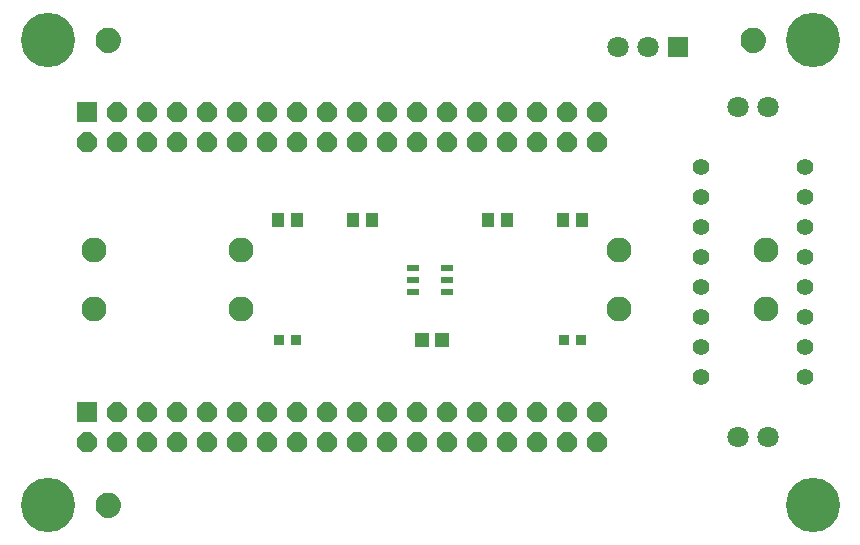
<source format=gbr>
G04 EAGLE Gerber RS-274X export*
G75*
%MOMM*%
%FSLAX34Y34*%
%LPD*%
%INSoldermask Top*%
%IPPOS*%
%AMOC8*
5,1,8,0,0,1.08239X$1,22.5*%
G01*
%ADD10R,1.803400X1.803400*%
%ADD11C,1.803400*%
%ADD12C,2.112400*%
%ADD13R,0.952400X0.952400*%
%ADD14R,1.102359X1.183641*%
%ADD15R,1.252400X1.152400*%
%ADD16C,4.597400*%
%ADD17C,0.609600*%
%ADD18C,1.168400*%
%ADD19R,1.676400X1.676400*%
%ADD20P,1.814519X8X22.500000*%
%ADD21C,1.412400*%
%ADD22R,1.002400X0.602400*%


D10*
X571500Y425450D03*
D11*
X546100Y425450D03*
X520700Y425450D03*
X622300Y95250D03*
X647700Y95250D03*
X622300Y374650D03*
X647700Y374650D03*
D12*
X202200Y253600D03*
X202200Y203600D03*
X77200Y203600D03*
X77200Y253600D03*
X646700Y253600D03*
X646700Y203600D03*
X521700Y203600D03*
X521700Y253600D03*
D13*
X233800Y177800D03*
X248800Y177800D03*
X475100Y177800D03*
X490100Y177800D03*
D14*
X411099Y279400D03*
X427101Y279400D03*
X296799Y279400D03*
X312801Y279400D03*
D15*
X354720Y177800D03*
X371720Y177800D03*
D14*
X474599Y279400D03*
X490601Y279400D03*
X233299Y279400D03*
X249301Y279400D03*
D16*
X685800Y431800D03*
X38100Y431800D03*
X38100Y38100D03*
X685800Y38100D03*
D17*
X81280Y431800D02*
X81282Y431987D01*
X81289Y432174D01*
X81301Y432361D01*
X81317Y432547D01*
X81337Y432733D01*
X81362Y432918D01*
X81392Y433103D01*
X81426Y433287D01*
X81465Y433470D01*
X81508Y433652D01*
X81556Y433832D01*
X81608Y434012D01*
X81665Y434190D01*
X81725Y434367D01*
X81791Y434542D01*
X81860Y434716D01*
X81934Y434888D01*
X82012Y435058D01*
X82094Y435226D01*
X82180Y435392D01*
X82270Y435556D01*
X82364Y435717D01*
X82462Y435877D01*
X82564Y436033D01*
X82670Y436188D01*
X82780Y436339D01*
X82893Y436488D01*
X83010Y436634D01*
X83130Y436777D01*
X83254Y436917D01*
X83381Y437054D01*
X83512Y437188D01*
X83646Y437319D01*
X83783Y437446D01*
X83923Y437570D01*
X84066Y437690D01*
X84212Y437807D01*
X84361Y437920D01*
X84512Y438030D01*
X84667Y438136D01*
X84823Y438238D01*
X84983Y438336D01*
X85144Y438430D01*
X85308Y438520D01*
X85474Y438606D01*
X85642Y438688D01*
X85812Y438766D01*
X85984Y438840D01*
X86158Y438909D01*
X86333Y438975D01*
X86510Y439035D01*
X86688Y439092D01*
X86868Y439144D01*
X87048Y439192D01*
X87230Y439235D01*
X87413Y439274D01*
X87597Y439308D01*
X87782Y439338D01*
X87967Y439363D01*
X88153Y439383D01*
X88339Y439399D01*
X88526Y439411D01*
X88713Y439418D01*
X88900Y439420D01*
X89087Y439418D01*
X89274Y439411D01*
X89461Y439399D01*
X89647Y439383D01*
X89833Y439363D01*
X90018Y439338D01*
X90203Y439308D01*
X90387Y439274D01*
X90570Y439235D01*
X90752Y439192D01*
X90932Y439144D01*
X91112Y439092D01*
X91290Y439035D01*
X91467Y438975D01*
X91642Y438909D01*
X91816Y438840D01*
X91988Y438766D01*
X92158Y438688D01*
X92326Y438606D01*
X92492Y438520D01*
X92656Y438430D01*
X92817Y438336D01*
X92977Y438238D01*
X93133Y438136D01*
X93288Y438030D01*
X93439Y437920D01*
X93588Y437807D01*
X93734Y437690D01*
X93877Y437570D01*
X94017Y437446D01*
X94154Y437319D01*
X94288Y437188D01*
X94419Y437054D01*
X94546Y436917D01*
X94670Y436777D01*
X94790Y436634D01*
X94907Y436488D01*
X95020Y436339D01*
X95130Y436188D01*
X95236Y436033D01*
X95338Y435877D01*
X95436Y435717D01*
X95530Y435556D01*
X95620Y435392D01*
X95706Y435226D01*
X95788Y435058D01*
X95866Y434888D01*
X95940Y434716D01*
X96009Y434542D01*
X96075Y434367D01*
X96135Y434190D01*
X96192Y434012D01*
X96244Y433832D01*
X96292Y433652D01*
X96335Y433470D01*
X96374Y433287D01*
X96408Y433103D01*
X96438Y432918D01*
X96463Y432733D01*
X96483Y432547D01*
X96499Y432361D01*
X96511Y432174D01*
X96518Y431987D01*
X96520Y431800D01*
X96518Y431613D01*
X96511Y431426D01*
X96499Y431239D01*
X96483Y431053D01*
X96463Y430867D01*
X96438Y430682D01*
X96408Y430497D01*
X96374Y430313D01*
X96335Y430130D01*
X96292Y429948D01*
X96244Y429768D01*
X96192Y429588D01*
X96135Y429410D01*
X96075Y429233D01*
X96009Y429058D01*
X95940Y428884D01*
X95866Y428712D01*
X95788Y428542D01*
X95706Y428374D01*
X95620Y428208D01*
X95530Y428044D01*
X95436Y427883D01*
X95338Y427723D01*
X95236Y427567D01*
X95130Y427412D01*
X95020Y427261D01*
X94907Y427112D01*
X94790Y426966D01*
X94670Y426823D01*
X94546Y426683D01*
X94419Y426546D01*
X94288Y426412D01*
X94154Y426281D01*
X94017Y426154D01*
X93877Y426030D01*
X93734Y425910D01*
X93588Y425793D01*
X93439Y425680D01*
X93288Y425570D01*
X93133Y425464D01*
X92977Y425362D01*
X92817Y425264D01*
X92656Y425170D01*
X92492Y425080D01*
X92326Y424994D01*
X92158Y424912D01*
X91988Y424834D01*
X91816Y424760D01*
X91642Y424691D01*
X91467Y424625D01*
X91290Y424565D01*
X91112Y424508D01*
X90932Y424456D01*
X90752Y424408D01*
X90570Y424365D01*
X90387Y424326D01*
X90203Y424292D01*
X90018Y424262D01*
X89833Y424237D01*
X89647Y424217D01*
X89461Y424201D01*
X89274Y424189D01*
X89087Y424182D01*
X88900Y424180D01*
X88713Y424182D01*
X88526Y424189D01*
X88339Y424201D01*
X88153Y424217D01*
X87967Y424237D01*
X87782Y424262D01*
X87597Y424292D01*
X87413Y424326D01*
X87230Y424365D01*
X87048Y424408D01*
X86868Y424456D01*
X86688Y424508D01*
X86510Y424565D01*
X86333Y424625D01*
X86158Y424691D01*
X85984Y424760D01*
X85812Y424834D01*
X85642Y424912D01*
X85474Y424994D01*
X85308Y425080D01*
X85144Y425170D01*
X84983Y425264D01*
X84823Y425362D01*
X84667Y425464D01*
X84512Y425570D01*
X84361Y425680D01*
X84212Y425793D01*
X84066Y425910D01*
X83923Y426030D01*
X83783Y426154D01*
X83646Y426281D01*
X83512Y426412D01*
X83381Y426546D01*
X83254Y426683D01*
X83130Y426823D01*
X83010Y426966D01*
X82893Y427112D01*
X82780Y427261D01*
X82670Y427412D01*
X82564Y427567D01*
X82462Y427723D01*
X82364Y427883D01*
X82270Y428044D01*
X82180Y428208D01*
X82094Y428374D01*
X82012Y428542D01*
X81934Y428712D01*
X81860Y428884D01*
X81791Y429058D01*
X81725Y429233D01*
X81665Y429410D01*
X81608Y429588D01*
X81556Y429768D01*
X81508Y429948D01*
X81465Y430130D01*
X81426Y430313D01*
X81392Y430497D01*
X81362Y430682D01*
X81337Y430867D01*
X81317Y431053D01*
X81301Y431239D01*
X81289Y431426D01*
X81282Y431613D01*
X81280Y431800D01*
D18*
X88900Y431800D03*
D17*
X81280Y38100D02*
X81282Y38287D01*
X81289Y38474D01*
X81301Y38661D01*
X81317Y38847D01*
X81337Y39033D01*
X81362Y39218D01*
X81392Y39403D01*
X81426Y39587D01*
X81465Y39770D01*
X81508Y39952D01*
X81556Y40132D01*
X81608Y40312D01*
X81665Y40490D01*
X81725Y40667D01*
X81791Y40842D01*
X81860Y41016D01*
X81934Y41188D01*
X82012Y41358D01*
X82094Y41526D01*
X82180Y41692D01*
X82270Y41856D01*
X82364Y42017D01*
X82462Y42177D01*
X82564Y42333D01*
X82670Y42488D01*
X82780Y42639D01*
X82893Y42788D01*
X83010Y42934D01*
X83130Y43077D01*
X83254Y43217D01*
X83381Y43354D01*
X83512Y43488D01*
X83646Y43619D01*
X83783Y43746D01*
X83923Y43870D01*
X84066Y43990D01*
X84212Y44107D01*
X84361Y44220D01*
X84512Y44330D01*
X84667Y44436D01*
X84823Y44538D01*
X84983Y44636D01*
X85144Y44730D01*
X85308Y44820D01*
X85474Y44906D01*
X85642Y44988D01*
X85812Y45066D01*
X85984Y45140D01*
X86158Y45209D01*
X86333Y45275D01*
X86510Y45335D01*
X86688Y45392D01*
X86868Y45444D01*
X87048Y45492D01*
X87230Y45535D01*
X87413Y45574D01*
X87597Y45608D01*
X87782Y45638D01*
X87967Y45663D01*
X88153Y45683D01*
X88339Y45699D01*
X88526Y45711D01*
X88713Y45718D01*
X88900Y45720D01*
X89087Y45718D01*
X89274Y45711D01*
X89461Y45699D01*
X89647Y45683D01*
X89833Y45663D01*
X90018Y45638D01*
X90203Y45608D01*
X90387Y45574D01*
X90570Y45535D01*
X90752Y45492D01*
X90932Y45444D01*
X91112Y45392D01*
X91290Y45335D01*
X91467Y45275D01*
X91642Y45209D01*
X91816Y45140D01*
X91988Y45066D01*
X92158Y44988D01*
X92326Y44906D01*
X92492Y44820D01*
X92656Y44730D01*
X92817Y44636D01*
X92977Y44538D01*
X93133Y44436D01*
X93288Y44330D01*
X93439Y44220D01*
X93588Y44107D01*
X93734Y43990D01*
X93877Y43870D01*
X94017Y43746D01*
X94154Y43619D01*
X94288Y43488D01*
X94419Y43354D01*
X94546Y43217D01*
X94670Y43077D01*
X94790Y42934D01*
X94907Y42788D01*
X95020Y42639D01*
X95130Y42488D01*
X95236Y42333D01*
X95338Y42177D01*
X95436Y42017D01*
X95530Y41856D01*
X95620Y41692D01*
X95706Y41526D01*
X95788Y41358D01*
X95866Y41188D01*
X95940Y41016D01*
X96009Y40842D01*
X96075Y40667D01*
X96135Y40490D01*
X96192Y40312D01*
X96244Y40132D01*
X96292Y39952D01*
X96335Y39770D01*
X96374Y39587D01*
X96408Y39403D01*
X96438Y39218D01*
X96463Y39033D01*
X96483Y38847D01*
X96499Y38661D01*
X96511Y38474D01*
X96518Y38287D01*
X96520Y38100D01*
X96518Y37913D01*
X96511Y37726D01*
X96499Y37539D01*
X96483Y37353D01*
X96463Y37167D01*
X96438Y36982D01*
X96408Y36797D01*
X96374Y36613D01*
X96335Y36430D01*
X96292Y36248D01*
X96244Y36068D01*
X96192Y35888D01*
X96135Y35710D01*
X96075Y35533D01*
X96009Y35358D01*
X95940Y35184D01*
X95866Y35012D01*
X95788Y34842D01*
X95706Y34674D01*
X95620Y34508D01*
X95530Y34344D01*
X95436Y34183D01*
X95338Y34023D01*
X95236Y33867D01*
X95130Y33712D01*
X95020Y33561D01*
X94907Y33412D01*
X94790Y33266D01*
X94670Y33123D01*
X94546Y32983D01*
X94419Y32846D01*
X94288Y32712D01*
X94154Y32581D01*
X94017Y32454D01*
X93877Y32330D01*
X93734Y32210D01*
X93588Y32093D01*
X93439Y31980D01*
X93288Y31870D01*
X93133Y31764D01*
X92977Y31662D01*
X92817Y31564D01*
X92656Y31470D01*
X92492Y31380D01*
X92326Y31294D01*
X92158Y31212D01*
X91988Y31134D01*
X91816Y31060D01*
X91642Y30991D01*
X91467Y30925D01*
X91290Y30865D01*
X91112Y30808D01*
X90932Y30756D01*
X90752Y30708D01*
X90570Y30665D01*
X90387Y30626D01*
X90203Y30592D01*
X90018Y30562D01*
X89833Y30537D01*
X89647Y30517D01*
X89461Y30501D01*
X89274Y30489D01*
X89087Y30482D01*
X88900Y30480D01*
X88713Y30482D01*
X88526Y30489D01*
X88339Y30501D01*
X88153Y30517D01*
X87967Y30537D01*
X87782Y30562D01*
X87597Y30592D01*
X87413Y30626D01*
X87230Y30665D01*
X87048Y30708D01*
X86868Y30756D01*
X86688Y30808D01*
X86510Y30865D01*
X86333Y30925D01*
X86158Y30991D01*
X85984Y31060D01*
X85812Y31134D01*
X85642Y31212D01*
X85474Y31294D01*
X85308Y31380D01*
X85144Y31470D01*
X84983Y31564D01*
X84823Y31662D01*
X84667Y31764D01*
X84512Y31870D01*
X84361Y31980D01*
X84212Y32093D01*
X84066Y32210D01*
X83923Y32330D01*
X83783Y32454D01*
X83646Y32581D01*
X83512Y32712D01*
X83381Y32846D01*
X83254Y32983D01*
X83130Y33123D01*
X83010Y33266D01*
X82893Y33412D01*
X82780Y33561D01*
X82670Y33712D01*
X82564Y33867D01*
X82462Y34023D01*
X82364Y34183D01*
X82270Y34344D01*
X82180Y34508D01*
X82094Y34674D01*
X82012Y34842D01*
X81934Y35012D01*
X81860Y35184D01*
X81791Y35358D01*
X81725Y35533D01*
X81665Y35710D01*
X81608Y35888D01*
X81556Y36068D01*
X81508Y36248D01*
X81465Y36430D01*
X81426Y36613D01*
X81392Y36797D01*
X81362Y36982D01*
X81337Y37167D01*
X81317Y37353D01*
X81301Y37539D01*
X81289Y37726D01*
X81282Y37913D01*
X81280Y38100D01*
D18*
X88900Y38100D03*
D17*
X627380Y431800D02*
X627382Y431987D01*
X627389Y432174D01*
X627401Y432361D01*
X627417Y432547D01*
X627437Y432733D01*
X627462Y432918D01*
X627492Y433103D01*
X627526Y433287D01*
X627565Y433470D01*
X627608Y433652D01*
X627656Y433832D01*
X627708Y434012D01*
X627765Y434190D01*
X627825Y434367D01*
X627891Y434542D01*
X627960Y434716D01*
X628034Y434888D01*
X628112Y435058D01*
X628194Y435226D01*
X628280Y435392D01*
X628370Y435556D01*
X628464Y435717D01*
X628562Y435877D01*
X628664Y436033D01*
X628770Y436188D01*
X628880Y436339D01*
X628993Y436488D01*
X629110Y436634D01*
X629230Y436777D01*
X629354Y436917D01*
X629481Y437054D01*
X629612Y437188D01*
X629746Y437319D01*
X629883Y437446D01*
X630023Y437570D01*
X630166Y437690D01*
X630312Y437807D01*
X630461Y437920D01*
X630612Y438030D01*
X630767Y438136D01*
X630923Y438238D01*
X631083Y438336D01*
X631244Y438430D01*
X631408Y438520D01*
X631574Y438606D01*
X631742Y438688D01*
X631912Y438766D01*
X632084Y438840D01*
X632258Y438909D01*
X632433Y438975D01*
X632610Y439035D01*
X632788Y439092D01*
X632968Y439144D01*
X633148Y439192D01*
X633330Y439235D01*
X633513Y439274D01*
X633697Y439308D01*
X633882Y439338D01*
X634067Y439363D01*
X634253Y439383D01*
X634439Y439399D01*
X634626Y439411D01*
X634813Y439418D01*
X635000Y439420D01*
X635187Y439418D01*
X635374Y439411D01*
X635561Y439399D01*
X635747Y439383D01*
X635933Y439363D01*
X636118Y439338D01*
X636303Y439308D01*
X636487Y439274D01*
X636670Y439235D01*
X636852Y439192D01*
X637032Y439144D01*
X637212Y439092D01*
X637390Y439035D01*
X637567Y438975D01*
X637742Y438909D01*
X637916Y438840D01*
X638088Y438766D01*
X638258Y438688D01*
X638426Y438606D01*
X638592Y438520D01*
X638756Y438430D01*
X638917Y438336D01*
X639077Y438238D01*
X639233Y438136D01*
X639388Y438030D01*
X639539Y437920D01*
X639688Y437807D01*
X639834Y437690D01*
X639977Y437570D01*
X640117Y437446D01*
X640254Y437319D01*
X640388Y437188D01*
X640519Y437054D01*
X640646Y436917D01*
X640770Y436777D01*
X640890Y436634D01*
X641007Y436488D01*
X641120Y436339D01*
X641230Y436188D01*
X641336Y436033D01*
X641438Y435877D01*
X641536Y435717D01*
X641630Y435556D01*
X641720Y435392D01*
X641806Y435226D01*
X641888Y435058D01*
X641966Y434888D01*
X642040Y434716D01*
X642109Y434542D01*
X642175Y434367D01*
X642235Y434190D01*
X642292Y434012D01*
X642344Y433832D01*
X642392Y433652D01*
X642435Y433470D01*
X642474Y433287D01*
X642508Y433103D01*
X642538Y432918D01*
X642563Y432733D01*
X642583Y432547D01*
X642599Y432361D01*
X642611Y432174D01*
X642618Y431987D01*
X642620Y431800D01*
X642618Y431613D01*
X642611Y431426D01*
X642599Y431239D01*
X642583Y431053D01*
X642563Y430867D01*
X642538Y430682D01*
X642508Y430497D01*
X642474Y430313D01*
X642435Y430130D01*
X642392Y429948D01*
X642344Y429768D01*
X642292Y429588D01*
X642235Y429410D01*
X642175Y429233D01*
X642109Y429058D01*
X642040Y428884D01*
X641966Y428712D01*
X641888Y428542D01*
X641806Y428374D01*
X641720Y428208D01*
X641630Y428044D01*
X641536Y427883D01*
X641438Y427723D01*
X641336Y427567D01*
X641230Y427412D01*
X641120Y427261D01*
X641007Y427112D01*
X640890Y426966D01*
X640770Y426823D01*
X640646Y426683D01*
X640519Y426546D01*
X640388Y426412D01*
X640254Y426281D01*
X640117Y426154D01*
X639977Y426030D01*
X639834Y425910D01*
X639688Y425793D01*
X639539Y425680D01*
X639388Y425570D01*
X639233Y425464D01*
X639077Y425362D01*
X638917Y425264D01*
X638756Y425170D01*
X638592Y425080D01*
X638426Y424994D01*
X638258Y424912D01*
X638088Y424834D01*
X637916Y424760D01*
X637742Y424691D01*
X637567Y424625D01*
X637390Y424565D01*
X637212Y424508D01*
X637032Y424456D01*
X636852Y424408D01*
X636670Y424365D01*
X636487Y424326D01*
X636303Y424292D01*
X636118Y424262D01*
X635933Y424237D01*
X635747Y424217D01*
X635561Y424201D01*
X635374Y424189D01*
X635187Y424182D01*
X635000Y424180D01*
X634813Y424182D01*
X634626Y424189D01*
X634439Y424201D01*
X634253Y424217D01*
X634067Y424237D01*
X633882Y424262D01*
X633697Y424292D01*
X633513Y424326D01*
X633330Y424365D01*
X633148Y424408D01*
X632968Y424456D01*
X632788Y424508D01*
X632610Y424565D01*
X632433Y424625D01*
X632258Y424691D01*
X632084Y424760D01*
X631912Y424834D01*
X631742Y424912D01*
X631574Y424994D01*
X631408Y425080D01*
X631244Y425170D01*
X631083Y425264D01*
X630923Y425362D01*
X630767Y425464D01*
X630612Y425570D01*
X630461Y425680D01*
X630312Y425793D01*
X630166Y425910D01*
X630023Y426030D01*
X629883Y426154D01*
X629746Y426281D01*
X629612Y426412D01*
X629481Y426546D01*
X629354Y426683D01*
X629230Y426823D01*
X629110Y426966D01*
X628993Y427112D01*
X628880Y427261D01*
X628770Y427412D01*
X628664Y427567D01*
X628562Y427723D01*
X628464Y427883D01*
X628370Y428044D01*
X628280Y428208D01*
X628194Y428374D01*
X628112Y428542D01*
X628034Y428712D01*
X627960Y428884D01*
X627891Y429058D01*
X627825Y429233D01*
X627765Y429410D01*
X627708Y429588D01*
X627656Y429768D01*
X627608Y429948D01*
X627565Y430130D01*
X627526Y430313D01*
X627492Y430497D01*
X627462Y430682D01*
X627437Y430867D01*
X627417Y431053D01*
X627401Y431239D01*
X627389Y431426D01*
X627382Y431613D01*
X627380Y431800D01*
D18*
X635000Y431800D03*
D19*
X71800Y371100D03*
D20*
X71800Y345700D03*
X97200Y371100D03*
X97200Y345700D03*
X122600Y371100D03*
X122600Y345700D03*
X148000Y371100D03*
X148000Y345700D03*
X173400Y371100D03*
X173400Y345700D03*
X198800Y371100D03*
X198800Y345700D03*
X224200Y371100D03*
X224200Y345700D03*
X249600Y371100D03*
X249600Y345700D03*
X275000Y371100D03*
X275000Y345700D03*
X300400Y371100D03*
X300400Y345700D03*
X325800Y371100D03*
X325800Y345700D03*
X351200Y371100D03*
X351200Y345700D03*
X376600Y371100D03*
X376600Y345700D03*
X402000Y371100D03*
X402000Y345700D03*
X427400Y371100D03*
X427400Y345700D03*
X452800Y371100D03*
X452800Y345700D03*
X478200Y371100D03*
X478200Y345700D03*
X503600Y371100D03*
X503600Y345700D03*
D19*
X71800Y117100D03*
D20*
X71800Y91700D03*
X97200Y117100D03*
X97200Y91700D03*
X122600Y117100D03*
X122600Y91700D03*
X148000Y117100D03*
X148000Y91700D03*
X173400Y117100D03*
X173400Y91700D03*
X198800Y117100D03*
X198800Y91700D03*
X224200Y117100D03*
X224200Y91700D03*
X249600Y117100D03*
X249600Y91700D03*
X275000Y117100D03*
X275000Y91700D03*
X300400Y117100D03*
X300400Y91700D03*
X325800Y117100D03*
X325800Y91700D03*
X351200Y117100D03*
X351200Y91700D03*
X376600Y117100D03*
X376600Y91700D03*
X402000Y117100D03*
X402000Y91700D03*
X427400Y117100D03*
X427400Y91700D03*
X452800Y117100D03*
X452800Y91700D03*
X478200Y117100D03*
X478200Y91700D03*
X503600Y117100D03*
X503600Y91700D03*
D21*
X591000Y323850D03*
X591000Y298450D03*
X591000Y273050D03*
X591000Y247650D03*
X591000Y222250D03*
X591000Y196850D03*
X591000Y171450D03*
X591000Y146050D03*
X679000Y146050D03*
X679000Y171450D03*
X679000Y196850D03*
X679000Y222250D03*
X679000Y247650D03*
X679000Y273050D03*
X679000Y298450D03*
X679000Y323850D03*
D22*
X347450Y238600D03*
X347450Y228600D03*
X347450Y218600D03*
X376450Y238600D03*
X376450Y228600D03*
X376450Y218600D03*
M02*

</source>
